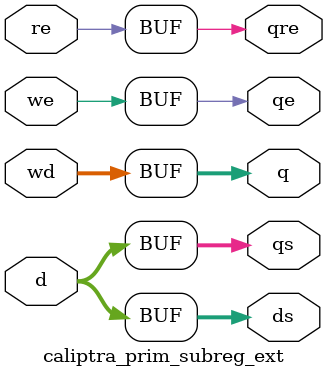
<source format=sv>

module caliptra_prim_subreg_ext #(
  parameter int unsigned DW = 32
) (
  input          re,
  input          we,
  input [DW-1:0] wd,

  input [DW-1:0] d,

  // output to HW and Reg Read
  output logic          qe,
  output logic          qre,
  output logic [DW-1:0] q,
  output logic [DW-1:0] ds,
  output logic [DW-1:0] qs
);

  // for external registers, there is no difference
  // between qs and ds
  assign ds = d;
  assign qs = d;
  assign q = wd;
  assign qe = we;
  assign qre = re;

endmodule

</source>
